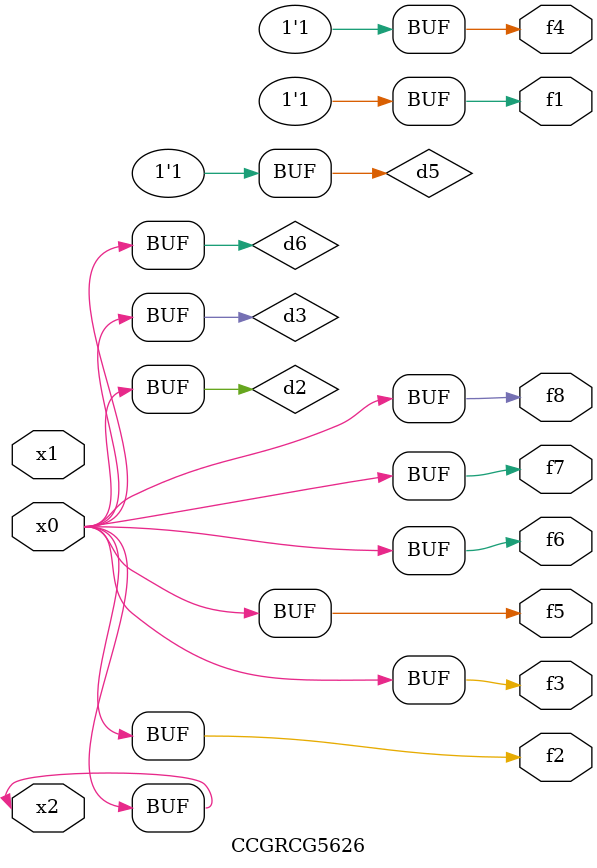
<source format=v>
module CCGRCG5626(
	input x0, x1, x2,
	output f1, f2, f3, f4, f5, f6, f7, f8
);

	wire d1, d2, d3, d4, d5, d6;

	xnor (d1, x2);
	buf (d2, x0, x2);
	and (d3, x0);
	xnor (d4, x1, x2);
	nand (d5, d1, d3);
	buf (d6, d2, d3);
	assign f1 = d5;
	assign f2 = d6;
	assign f3 = d6;
	assign f4 = d5;
	assign f5 = d6;
	assign f6 = d6;
	assign f7 = d6;
	assign f8 = d6;
endmodule

</source>
